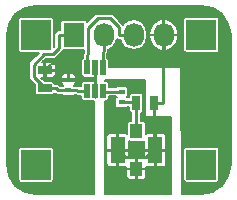
<source format=gtl>
%FSLAX34Y34*%
G04 Gerber Fmt 3.4, Leading zero omitted, Abs format*
G04 (created by PCBNEW (2014-03-19 BZR 4756)-product) date Tue 27 May 2014 12:44:42 BST*
%MOIN*%
G01*
G70*
G90*
G04 APERTURE LIST*
%ADD10C,0.005906*%
%ADD11R,0.045000X0.025000*%
%ADD12R,0.023600X0.015700*%
%ADD13R,0.068000X0.080000*%
%ADD14O,0.068000X0.080000*%
%ADD15R,0.025000X0.045000*%
%ADD16R,0.019685X0.047244*%
%ADD17R,0.047244X0.086614*%
%ADD18R,0.039370X0.047244*%
%ADD19R,0.098425X0.098425*%
%ADD20C,0.035000*%
%ADD21C,0.010000*%
%ADD22C,0.007087*%
%ADD23C,0.009843*%
G04 APERTURE END LIST*
G54D10*
G54D11*
X54625Y-41933D03*
X54625Y-41333D03*
G54D12*
X55413Y-42007D03*
X55413Y-41653D03*
X57185Y-42047D03*
X57185Y-42401D03*
G54D13*
X55586Y-40157D03*
G54D14*
X56586Y-40157D03*
X57586Y-40157D03*
X58586Y-40157D03*
G54D15*
X57672Y-42421D03*
X58272Y-42421D03*
G54D10*
G36*
X56200Y-41003D02*
X56397Y-41003D01*
X56397Y-41476D01*
X56200Y-41476D01*
X56200Y-41003D01*
X56200Y-41003D01*
G37*
G36*
X56200Y-41791D02*
X56397Y-41791D01*
X56397Y-42263D01*
X56200Y-42263D01*
X56200Y-41791D01*
X56200Y-41791D01*
G37*
G36*
X56456Y-41003D02*
X56653Y-41003D01*
X56653Y-41476D01*
X56456Y-41476D01*
X56456Y-41003D01*
X56456Y-41003D01*
G37*
G54D16*
X56555Y-42027D03*
X56043Y-41240D03*
X56043Y-42027D03*
G54D17*
X57047Y-43996D03*
G54D18*
X57677Y-44625D03*
X57677Y-43366D03*
G54D17*
X58307Y-43996D03*
G54D19*
X54330Y-44488D03*
X59842Y-44488D03*
X59842Y-40157D03*
X54330Y-40157D03*
G54D20*
X58267Y-45196D03*
X57086Y-45196D03*
X55314Y-41141D03*
X59350Y-41043D03*
X59350Y-42125D03*
X59350Y-43011D03*
X58759Y-41043D03*
X57972Y-41043D03*
X56988Y-41043D03*
X59370Y-45275D03*
X57007Y-42992D03*
X57716Y-41889D03*
X56102Y-42814D03*
X56102Y-43503D03*
X56102Y-44291D03*
X56102Y-45177D03*
G54D21*
X55413Y-42007D02*
X55681Y-42007D01*
X56043Y-42027D02*
X55701Y-42027D01*
X55701Y-42027D02*
X55681Y-42007D01*
X55586Y-40157D02*
X55096Y-40157D01*
X55096Y-40157D02*
X55096Y-40604D01*
X55096Y-40604D02*
X54900Y-40799D01*
X54900Y-40799D02*
X54597Y-40799D01*
X54597Y-40799D02*
X54250Y-41146D01*
X54250Y-41146D02*
X54250Y-41558D01*
X54250Y-41558D02*
X54625Y-41933D01*
X54625Y-41933D02*
X55001Y-41933D01*
X55413Y-42007D02*
X55074Y-42007D01*
X55074Y-42007D02*
X55001Y-41933D01*
X57677Y-44239D02*
X57290Y-44239D01*
X57290Y-44239D02*
X57047Y-43996D01*
X58272Y-43963D02*
X57996Y-44239D01*
X57996Y-44239D02*
X57677Y-44239D01*
X58272Y-43963D02*
X58272Y-42421D01*
X58307Y-43996D02*
X58304Y-43996D01*
X58304Y-43996D02*
X58272Y-43963D01*
X57677Y-44625D02*
X57677Y-44239D01*
X56299Y-41240D02*
X56299Y-41641D01*
X55413Y-41653D02*
X55681Y-41653D01*
X56299Y-42027D02*
X56299Y-41641D01*
X56299Y-41641D02*
X55693Y-41641D01*
X55693Y-41641D02*
X55681Y-41653D01*
X56299Y-42220D02*
X56299Y-42027D01*
X55413Y-41653D02*
X54670Y-41653D01*
X54625Y-41333D02*
X54625Y-41608D01*
X54670Y-41653D02*
X54625Y-41608D01*
X58586Y-40157D02*
X58586Y-40707D01*
X58272Y-42421D02*
X58547Y-42421D01*
X58547Y-42421D02*
X58547Y-40746D01*
X58547Y-40746D02*
X58586Y-40707D01*
G54D22*
X58307Y-45157D02*
X58267Y-45196D01*
X57086Y-45196D02*
X57086Y-45295D01*
X58307Y-43996D02*
X58307Y-45157D01*
X54818Y-41141D02*
X54625Y-41333D01*
X55314Y-41141D02*
X54818Y-41141D01*
X59350Y-41043D02*
X59350Y-42125D01*
X59350Y-43011D02*
X59350Y-42913D01*
X57972Y-41043D02*
X56988Y-41043D01*
X59350Y-41043D02*
X58759Y-41043D01*
X57047Y-43031D02*
X57007Y-42992D01*
X57047Y-43996D02*
X57047Y-43031D01*
X56102Y-42814D02*
X56102Y-43503D01*
X56102Y-44291D02*
X56102Y-45177D01*
G54D21*
X56574Y-42047D02*
X56555Y-42027D01*
X57185Y-42047D02*
X56574Y-42047D01*
G54D22*
X57652Y-42401D02*
X57672Y-42421D01*
G54D23*
X57185Y-42401D02*
X57652Y-42401D01*
G54D22*
X57672Y-43361D02*
X57677Y-43366D01*
G54D23*
X57672Y-42421D02*
X57672Y-43361D01*
G54D21*
X56586Y-40157D02*
X56586Y-40707D01*
X56555Y-41240D02*
X56555Y-40739D01*
X56555Y-40739D02*
X56586Y-40707D01*
X57586Y-40157D02*
X57096Y-40157D01*
X56043Y-41240D02*
X56043Y-40835D01*
X56043Y-40835D02*
X56076Y-40802D01*
X56076Y-40802D02*
X56076Y-39913D01*
X56076Y-39913D02*
X56388Y-39601D01*
X56388Y-39601D02*
X56803Y-39601D01*
X56803Y-39601D02*
X57096Y-39894D01*
X57096Y-39894D02*
X57096Y-40157D01*
G54D10*
G36*
X58822Y-45464D02*
X58677Y-45464D01*
X58677Y-44455D01*
X58677Y-44402D01*
X58677Y-44043D01*
X58677Y-43948D01*
X58677Y-43589D01*
X58677Y-43536D01*
X58656Y-43487D01*
X58619Y-43449D01*
X58569Y-43429D01*
X58354Y-43429D01*
X58320Y-43462D01*
X58320Y-43982D01*
X58643Y-43982D01*
X58677Y-43948D01*
X58677Y-44043D01*
X58643Y-44009D01*
X58320Y-44009D01*
X58320Y-44529D01*
X58354Y-44562D01*
X58569Y-44562D01*
X58619Y-44542D01*
X58656Y-44504D01*
X58677Y-44455D01*
X58677Y-45464D01*
X58293Y-45464D01*
X58293Y-44529D01*
X58293Y-44009D01*
X57970Y-44009D01*
X57937Y-44043D01*
X57937Y-44270D01*
X57900Y-44255D01*
X57724Y-44255D01*
X57690Y-44289D01*
X57690Y-44612D01*
X57974Y-44612D01*
X58007Y-44578D01*
X58007Y-44547D01*
X58044Y-44562D01*
X58259Y-44562D01*
X58293Y-44529D01*
X58293Y-45464D01*
X58007Y-45464D01*
X58007Y-44888D01*
X58007Y-44835D01*
X58007Y-44673D01*
X57974Y-44639D01*
X57690Y-44639D01*
X57690Y-44962D01*
X57724Y-44996D01*
X57900Y-44996D01*
X57949Y-44975D01*
X57987Y-44938D01*
X58007Y-44888D01*
X58007Y-45464D01*
X57663Y-45464D01*
X57663Y-44962D01*
X57663Y-44639D01*
X57663Y-44612D01*
X57663Y-44289D01*
X57629Y-44255D01*
X57453Y-44255D01*
X57417Y-44270D01*
X57417Y-44043D01*
X57383Y-44009D01*
X57061Y-44009D01*
X57061Y-44529D01*
X57094Y-44562D01*
X57310Y-44562D01*
X57346Y-44547D01*
X57346Y-44578D01*
X57379Y-44612D01*
X57663Y-44612D01*
X57663Y-44639D01*
X57379Y-44639D01*
X57346Y-44673D01*
X57346Y-44835D01*
X57346Y-44888D01*
X57366Y-44938D01*
X57404Y-44975D01*
X57453Y-44996D01*
X57629Y-44996D01*
X57663Y-44962D01*
X57663Y-45464D01*
X57033Y-45464D01*
X57033Y-44529D01*
X57033Y-44009D01*
X57033Y-43982D01*
X57033Y-43462D01*
X57000Y-43429D01*
X56784Y-43429D01*
X56735Y-43449D01*
X56697Y-43487D01*
X56677Y-43536D01*
X56677Y-43589D01*
X56677Y-43948D01*
X56710Y-43982D01*
X57033Y-43982D01*
X57033Y-44009D01*
X56710Y-44009D01*
X56677Y-44043D01*
X56677Y-44402D01*
X56677Y-44455D01*
X56697Y-44504D01*
X56735Y-44542D01*
X56784Y-44562D01*
X57000Y-44562D01*
X57033Y-44529D01*
X57033Y-45464D01*
X56629Y-45464D01*
X56629Y-42370D01*
X56674Y-42370D01*
X56713Y-42353D01*
X56743Y-42323D01*
X56759Y-42284D01*
X56759Y-42242D01*
X56759Y-42203D01*
X56994Y-42203D01*
X57006Y-42216D01*
X57016Y-42220D01*
X57002Y-42226D01*
X56970Y-42258D01*
X56952Y-42300D01*
X56952Y-42345D01*
X56952Y-42502D01*
X56970Y-42544D01*
X57002Y-42576D01*
X57044Y-42594D01*
X57089Y-42594D01*
X57325Y-42594D01*
X57367Y-42576D01*
X57379Y-42564D01*
X57433Y-42564D01*
X57433Y-42668D01*
X57450Y-42710D01*
X57482Y-42743D01*
X57509Y-42753D01*
X57509Y-43015D01*
X57457Y-43015D01*
X57415Y-43033D01*
X57383Y-43065D01*
X57366Y-43107D01*
X57366Y-43152D01*
X57366Y-43456D01*
X57359Y-43449D01*
X57310Y-43429D01*
X57094Y-43429D01*
X57061Y-43462D01*
X57061Y-43982D01*
X57383Y-43982D01*
X57417Y-43948D01*
X57417Y-43699D01*
X57457Y-43716D01*
X57503Y-43716D01*
X57896Y-43716D01*
X57937Y-43699D01*
X57937Y-43948D01*
X57970Y-43982D01*
X58293Y-43982D01*
X58293Y-43462D01*
X58259Y-43429D01*
X58044Y-43429D01*
X57995Y-43449D01*
X57988Y-43456D01*
X57988Y-43107D01*
X57970Y-43065D01*
X57938Y-43033D01*
X57896Y-43015D01*
X57851Y-43015D01*
X57835Y-43015D01*
X57835Y-42753D01*
X57862Y-42743D01*
X57894Y-42710D01*
X57911Y-42668D01*
X57911Y-42623D01*
X57911Y-42173D01*
X57894Y-42131D01*
X57862Y-42099D01*
X57820Y-42082D01*
X57774Y-42082D01*
X57524Y-42082D01*
X57482Y-42099D01*
X57450Y-42131D01*
X57433Y-42173D01*
X57433Y-42218D01*
X57433Y-42238D01*
X57379Y-42238D01*
X57367Y-42226D01*
X57353Y-42220D01*
X57363Y-42216D01*
X57393Y-42186D01*
X57409Y-42147D01*
X57409Y-42104D01*
X57409Y-41947D01*
X57393Y-41908D01*
X57363Y-41878D01*
X57324Y-41862D01*
X57281Y-41862D01*
X57045Y-41862D01*
X57006Y-41878D01*
X56994Y-41891D01*
X56759Y-41891D01*
X56759Y-41770D01*
X56743Y-41731D01*
X56713Y-41701D01*
X56674Y-41685D01*
X56632Y-41685D01*
X56629Y-41685D01*
X56629Y-41669D01*
X57960Y-41669D01*
X57960Y-42905D01*
X58822Y-42905D01*
X58822Y-45464D01*
X58822Y-45464D01*
G37*
G54D22*
X58822Y-45464D02*
X58677Y-45464D01*
X58677Y-44455D01*
X58677Y-44402D01*
X58677Y-44043D01*
X58677Y-43948D01*
X58677Y-43589D01*
X58677Y-43536D01*
X58656Y-43487D01*
X58619Y-43449D01*
X58569Y-43429D01*
X58354Y-43429D01*
X58320Y-43462D01*
X58320Y-43982D01*
X58643Y-43982D01*
X58677Y-43948D01*
X58677Y-44043D01*
X58643Y-44009D01*
X58320Y-44009D01*
X58320Y-44529D01*
X58354Y-44562D01*
X58569Y-44562D01*
X58619Y-44542D01*
X58656Y-44504D01*
X58677Y-44455D01*
X58677Y-45464D01*
X58293Y-45464D01*
X58293Y-44529D01*
X58293Y-44009D01*
X57970Y-44009D01*
X57937Y-44043D01*
X57937Y-44270D01*
X57900Y-44255D01*
X57724Y-44255D01*
X57690Y-44289D01*
X57690Y-44612D01*
X57974Y-44612D01*
X58007Y-44578D01*
X58007Y-44547D01*
X58044Y-44562D01*
X58259Y-44562D01*
X58293Y-44529D01*
X58293Y-45464D01*
X58007Y-45464D01*
X58007Y-44888D01*
X58007Y-44835D01*
X58007Y-44673D01*
X57974Y-44639D01*
X57690Y-44639D01*
X57690Y-44962D01*
X57724Y-44996D01*
X57900Y-44996D01*
X57949Y-44975D01*
X57987Y-44938D01*
X58007Y-44888D01*
X58007Y-45464D01*
X57663Y-45464D01*
X57663Y-44962D01*
X57663Y-44639D01*
X57663Y-44612D01*
X57663Y-44289D01*
X57629Y-44255D01*
X57453Y-44255D01*
X57417Y-44270D01*
X57417Y-44043D01*
X57383Y-44009D01*
X57061Y-44009D01*
X57061Y-44529D01*
X57094Y-44562D01*
X57310Y-44562D01*
X57346Y-44547D01*
X57346Y-44578D01*
X57379Y-44612D01*
X57663Y-44612D01*
X57663Y-44639D01*
X57379Y-44639D01*
X57346Y-44673D01*
X57346Y-44835D01*
X57346Y-44888D01*
X57366Y-44938D01*
X57404Y-44975D01*
X57453Y-44996D01*
X57629Y-44996D01*
X57663Y-44962D01*
X57663Y-45464D01*
X57033Y-45464D01*
X57033Y-44529D01*
X57033Y-44009D01*
X57033Y-43982D01*
X57033Y-43462D01*
X57000Y-43429D01*
X56784Y-43429D01*
X56735Y-43449D01*
X56697Y-43487D01*
X56677Y-43536D01*
X56677Y-43589D01*
X56677Y-43948D01*
X56710Y-43982D01*
X57033Y-43982D01*
X57033Y-44009D01*
X56710Y-44009D01*
X56677Y-44043D01*
X56677Y-44402D01*
X56677Y-44455D01*
X56697Y-44504D01*
X56735Y-44542D01*
X56784Y-44562D01*
X57000Y-44562D01*
X57033Y-44529D01*
X57033Y-45464D01*
X56629Y-45464D01*
X56629Y-42370D01*
X56674Y-42370D01*
X56713Y-42353D01*
X56743Y-42323D01*
X56759Y-42284D01*
X56759Y-42242D01*
X56759Y-42203D01*
X56994Y-42203D01*
X57006Y-42216D01*
X57016Y-42220D01*
X57002Y-42226D01*
X56970Y-42258D01*
X56952Y-42300D01*
X56952Y-42345D01*
X56952Y-42502D01*
X56970Y-42544D01*
X57002Y-42576D01*
X57044Y-42594D01*
X57089Y-42594D01*
X57325Y-42594D01*
X57367Y-42576D01*
X57379Y-42564D01*
X57433Y-42564D01*
X57433Y-42668D01*
X57450Y-42710D01*
X57482Y-42743D01*
X57509Y-42753D01*
X57509Y-43015D01*
X57457Y-43015D01*
X57415Y-43033D01*
X57383Y-43065D01*
X57366Y-43107D01*
X57366Y-43152D01*
X57366Y-43456D01*
X57359Y-43449D01*
X57310Y-43429D01*
X57094Y-43429D01*
X57061Y-43462D01*
X57061Y-43982D01*
X57383Y-43982D01*
X57417Y-43948D01*
X57417Y-43699D01*
X57457Y-43716D01*
X57503Y-43716D01*
X57896Y-43716D01*
X57937Y-43699D01*
X57937Y-43948D01*
X57970Y-43982D01*
X58293Y-43982D01*
X58293Y-43462D01*
X58259Y-43429D01*
X58044Y-43429D01*
X57995Y-43449D01*
X57988Y-43456D01*
X57988Y-43107D01*
X57970Y-43065D01*
X57938Y-43033D01*
X57896Y-43015D01*
X57851Y-43015D01*
X57835Y-43015D01*
X57835Y-42753D01*
X57862Y-42743D01*
X57894Y-42710D01*
X57911Y-42668D01*
X57911Y-42623D01*
X57911Y-42173D01*
X57894Y-42131D01*
X57862Y-42099D01*
X57820Y-42082D01*
X57774Y-42082D01*
X57524Y-42082D01*
X57482Y-42099D01*
X57450Y-42131D01*
X57433Y-42173D01*
X57433Y-42218D01*
X57433Y-42238D01*
X57379Y-42238D01*
X57367Y-42226D01*
X57353Y-42220D01*
X57363Y-42216D01*
X57393Y-42186D01*
X57409Y-42147D01*
X57409Y-42104D01*
X57409Y-41947D01*
X57393Y-41908D01*
X57363Y-41878D01*
X57324Y-41862D01*
X57281Y-41862D01*
X57045Y-41862D01*
X57006Y-41878D01*
X56994Y-41891D01*
X56759Y-41891D01*
X56759Y-41770D01*
X56743Y-41731D01*
X56713Y-41701D01*
X56674Y-41685D01*
X56632Y-41685D01*
X56629Y-41685D01*
X56629Y-41669D01*
X57960Y-41669D01*
X57960Y-42905D01*
X58822Y-42905D01*
X58822Y-45464D01*
G54D10*
G36*
X56263Y-41685D02*
X56179Y-41685D01*
X56171Y-41688D01*
X56162Y-41685D01*
X56120Y-41685D01*
X55923Y-41685D01*
X55884Y-41701D01*
X55854Y-41731D01*
X55838Y-41770D01*
X55838Y-41812D01*
X55838Y-41871D01*
X55753Y-41871D01*
X55741Y-41863D01*
X55681Y-41851D01*
X55603Y-41851D01*
X55600Y-41848D01*
X55607Y-41845D01*
X55644Y-41808D01*
X55665Y-41758D01*
X55665Y-41700D01*
X55665Y-41606D01*
X55665Y-41548D01*
X55644Y-41499D01*
X55607Y-41461D01*
X55558Y-41441D01*
X55504Y-41441D01*
X55460Y-41441D01*
X55427Y-41474D01*
X55427Y-41639D01*
X55631Y-41639D01*
X55665Y-41606D01*
X55665Y-41700D01*
X55631Y-41667D01*
X55427Y-41667D01*
X55427Y-41675D01*
X55399Y-41675D01*
X55399Y-41667D01*
X55399Y-41639D01*
X55399Y-41474D01*
X55366Y-41441D01*
X55322Y-41441D01*
X55268Y-41441D01*
X55219Y-41461D01*
X55181Y-41499D01*
X55161Y-41548D01*
X55161Y-41606D01*
X55194Y-41639D01*
X55399Y-41639D01*
X55399Y-41667D01*
X55194Y-41667D01*
X55161Y-41700D01*
X55161Y-41758D01*
X55181Y-41808D01*
X55219Y-41845D01*
X55225Y-41848D01*
X55222Y-41851D01*
X55139Y-41851D01*
X55111Y-41823D01*
X55060Y-41789D01*
X55001Y-41777D01*
X54984Y-41777D01*
X54984Y-41485D01*
X54984Y-41381D01*
X54984Y-41286D01*
X54984Y-41182D01*
X54964Y-41133D01*
X54926Y-41095D01*
X54877Y-41075D01*
X54824Y-41075D01*
X54673Y-41075D01*
X54639Y-41108D01*
X54639Y-41320D01*
X54951Y-41320D01*
X54984Y-41286D01*
X54984Y-41381D01*
X54951Y-41347D01*
X54639Y-41347D01*
X54639Y-41559D01*
X54673Y-41592D01*
X54824Y-41592D01*
X54877Y-41592D01*
X54926Y-41572D01*
X54964Y-41534D01*
X54984Y-41485D01*
X54984Y-41777D01*
X54953Y-41777D01*
X54941Y-41748D01*
X54911Y-41718D01*
X54872Y-41702D01*
X54829Y-41702D01*
X54615Y-41702D01*
X54505Y-41592D01*
X54578Y-41592D01*
X54612Y-41559D01*
X54612Y-41347D01*
X54604Y-41347D01*
X54604Y-41320D01*
X54612Y-41320D01*
X54612Y-41108D01*
X54578Y-41075D01*
X54543Y-41075D01*
X54662Y-40956D01*
X54900Y-40956D01*
X54900Y-40956D01*
X54960Y-40944D01*
X55011Y-40910D01*
X55207Y-40714D01*
X55207Y-40714D01*
X55240Y-40664D01*
X55240Y-40664D01*
X55240Y-40663D01*
X55267Y-40663D01*
X55920Y-40663D01*
X55920Y-40743D01*
X55898Y-40776D01*
X55887Y-40835D01*
X55887Y-40912D01*
X55884Y-40913D01*
X55854Y-40943D01*
X55838Y-40982D01*
X55838Y-41025D01*
X55838Y-41497D01*
X55854Y-41536D01*
X55884Y-41566D01*
X55923Y-41582D01*
X55966Y-41582D01*
X56162Y-41582D01*
X56171Y-41579D01*
X56179Y-41582D01*
X56221Y-41582D01*
X56263Y-41582D01*
X56263Y-41685D01*
X56263Y-41685D01*
G37*
G54D22*
X56263Y-41685D02*
X56179Y-41685D01*
X56171Y-41688D01*
X56162Y-41685D01*
X56120Y-41685D01*
X55923Y-41685D01*
X55884Y-41701D01*
X55854Y-41731D01*
X55838Y-41770D01*
X55838Y-41812D01*
X55838Y-41871D01*
X55753Y-41871D01*
X55741Y-41863D01*
X55681Y-41851D01*
X55603Y-41851D01*
X55600Y-41848D01*
X55607Y-41845D01*
X55644Y-41808D01*
X55665Y-41758D01*
X55665Y-41700D01*
X55665Y-41606D01*
X55665Y-41548D01*
X55644Y-41499D01*
X55607Y-41461D01*
X55558Y-41441D01*
X55504Y-41441D01*
X55460Y-41441D01*
X55427Y-41474D01*
X55427Y-41639D01*
X55631Y-41639D01*
X55665Y-41606D01*
X55665Y-41700D01*
X55631Y-41667D01*
X55427Y-41667D01*
X55427Y-41675D01*
X55399Y-41675D01*
X55399Y-41667D01*
X55399Y-41639D01*
X55399Y-41474D01*
X55366Y-41441D01*
X55322Y-41441D01*
X55268Y-41441D01*
X55219Y-41461D01*
X55181Y-41499D01*
X55161Y-41548D01*
X55161Y-41606D01*
X55194Y-41639D01*
X55399Y-41639D01*
X55399Y-41667D01*
X55194Y-41667D01*
X55161Y-41700D01*
X55161Y-41758D01*
X55181Y-41808D01*
X55219Y-41845D01*
X55225Y-41848D01*
X55222Y-41851D01*
X55139Y-41851D01*
X55111Y-41823D01*
X55060Y-41789D01*
X55001Y-41777D01*
X54984Y-41777D01*
X54984Y-41485D01*
X54984Y-41381D01*
X54984Y-41286D01*
X54984Y-41182D01*
X54964Y-41133D01*
X54926Y-41095D01*
X54877Y-41075D01*
X54824Y-41075D01*
X54673Y-41075D01*
X54639Y-41108D01*
X54639Y-41320D01*
X54951Y-41320D01*
X54984Y-41286D01*
X54984Y-41381D01*
X54951Y-41347D01*
X54639Y-41347D01*
X54639Y-41559D01*
X54673Y-41592D01*
X54824Y-41592D01*
X54877Y-41592D01*
X54926Y-41572D01*
X54964Y-41534D01*
X54984Y-41485D01*
X54984Y-41777D01*
X54953Y-41777D01*
X54941Y-41748D01*
X54911Y-41718D01*
X54872Y-41702D01*
X54829Y-41702D01*
X54615Y-41702D01*
X54505Y-41592D01*
X54578Y-41592D01*
X54612Y-41559D01*
X54612Y-41347D01*
X54604Y-41347D01*
X54604Y-41320D01*
X54612Y-41320D01*
X54612Y-41108D01*
X54578Y-41075D01*
X54543Y-41075D01*
X54662Y-40956D01*
X54900Y-40956D01*
X54900Y-40956D01*
X54960Y-40944D01*
X55011Y-40910D01*
X55207Y-40714D01*
X55207Y-40714D01*
X55240Y-40664D01*
X55240Y-40664D01*
X55240Y-40663D01*
X55267Y-40663D01*
X55920Y-40663D01*
X55920Y-40743D01*
X55898Y-40776D01*
X55887Y-40835D01*
X55887Y-40912D01*
X55884Y-40913D01*
X55854Y-40943D01*
X55838Y-40982D01*
X55838Y-41025D01*
X55838Y-41497D01*
X55854Y-41536D01*
X55884Y-41566D01*
X55923Y-41582D01*
X55966Y-41582D01*
X56162Y-41582D01*
X56171Y-41579D01*
X56179Y-41582D01*
X56221Y-41582D01*
X56263Y-41582D01*
X56263Y-41685D01*
G54D10*
G36*
X60818Y-44475D02*
X60742Y-44860D01*
X60531Y-45176D01*
X60440Y-45237D01*
X60440Y-45001D01*
X60440Y-44959D01*
X60440Y-43974D01*
X60440Y-40670D01*
X60440Y-40628D01*
X60440Y-39644D01*
X60424Y-39605D01*
X60394Y-39575D01*
X60355Y-39559D01*
X60313Y-39559D01*
X59329Y-39559D01*
X59290Y-39575D01*
X59260Y-39605D01*
X59244Y-39644D01*
X59244Y-39686D01*
X59244Y-40670D01*
X59260Y-40709D01*
X59290Y-40739D01*
X59329Y-40755D01*
X59371Y-40755D01*
X60355Y-40755D01*
X60394Y-40739D01*
X60424Y-40709D01*
X60440Y-40670D01*
X60440Y-43974D01*
X60424Y-43935D01*
X60394Y-43905D01*
X60355Y-43889D01*
X60313Y-43889D01*
X59329Y-43889D01*
X59290Y-43905D01*
X59260Y-43935D01*
X59244Y-43974D01*
X59244Y-44017D01*
X59244Y-45001D01*
X59260Y-45040D01*
X59290Y-45070D01*
X59329Y-45086D01*
X59371Y-45086D01*
X60355Y-45086D01*
X60394Y-45070D01*
X60424Y-45040D01*
X60440Y-45001D01*
X60440Y-45237D01*
X60215Y-45387D01*
X59830Y-45464D01*
X59188Y-45464D01*
X59169Y-41224D01*
X59060Y-41224D01*
X59060Y-40231D01*
X59060Y-40171D01*
X59060Y-40143D01*
X59060Y-40083D01*
X59019Y-39903D01*
X58911Y-39752D01*
X58755Y-39654D01*
X58674Y-39631D01*
X58600Y-39657D01*
X58600Y-40143D01*
X59060Y-40143D01*
X59060Y-40171D01*
X58600Y-40171D01*
X58600Y-40657D01*
X58674Y-40683D01*
X58755Y-40660D01*
X58911Y-40562D01*
X59019Y-40411D01*
X59060Y-40231D01*
X59060Y-41224D01*
X58572Y-41224D01*
X58572Y-40657D01*
X58572Y-40171D01*
X58572Y-40143D01*
X58572Y-39657D01*
X58498Y-39631D01*
X58418Y-39654D01*
X58261Y-39752D01*
X58154Y-39903D01*
X58112Y-40083D01*
X58112Y-40143D01*
X58572Y-40143D01*
X58572Y-40171D01*
X58112Y-40171D01*
X58112Y-40231D01*
X58154Y-40411D01*
X58261Y-40562D01*
X58418Y-40660D01*
X58498Y-40683D01*
X58572Y-40657D01*
X58572Y-41224D01*
X56759Y-41224D01*
X56759Y-40982D01*
X56743Y-40943D01*
X56713Y-40913D01*
X56711Y-40912D01*
X56711Y-40796D01*
X56731Y-40767D01*
X56742Y-40707D01*
X56742Y-40707D01*
X56742Y-40642D01*
X56757Y-40639D01*
X56902Y-40542D01*
X56998Y-40398D01*
X57020Y-40290D01*
X57036Y-40301D01*
X57096Y-40313D01*
X57157Y-40313D01*
X57174Y-40398D01*
X57271Y-40542D01*
X57415Y-40639D01*
X57586Y-40673D01*
X57757Y-40639D01*
X57902Y-40542D01*
X57998Y-40398D01*
X58032Y-40227D01*
X58032Y-40087D01*
X57998Y-39916D01*
X57902Y-39771D01*
X57757Y-39675D01*
X57586Y-39641D01*
X57415Y-39675D01*
X57271Y-39771D01*
X57235Y-39825D01*
X57207Y-39783D01*
X56914Y-39490D01*
X56863Y-39457D01*
X56803Y-39445D01*
X56388Y-39445D01*
X56328Y-39457D01*
X56277Y-39490D01*
X56032Y-39735D01*
X56016Y-39697D01*
X55986Y-39667D01*
X55947Y-39651D01*
X55905Y-39651D01*
X55225Y-39651D01*
X55186Y-39667D01*
X55156Y-39697D01*
X55140Y-39736D01*
X55140Y-39778D01*
X55140Y-40001D01*
X55096Y-40001D01*
X55036Y-40013D01*
X54985Y-40046D01*
X54952Y-40097D01*
X54940Y-40157D01*
X54940Y-40539D01*
X54929Y-40550D01*
X54929Y-39644D01*
X54912Y-39605D01*
X54883Y-39575D01*
X54843Y-39559D01*
X54801Y-39559D01*
X53817Y-39559D01*
X53778Y-39575D01*
X53748Y-39605D01*
X53732Y-39644D01*
X53732Y-39686D01*
X53732Y-40670D01*
X53748Y-40709D01*
X53778Y-40739D01*
X53817Y-40755D01*
X53859Y-40755D01*
X54420Y-40755D01*
X54140Y-41035D01*
X54106Y-41086D01*
X54094Y-41146D01*
X54094Y-41558D01*
X54106Y-41618D01*
X54140Y-41669D01*
X54294Y-41823D01*
X54294Y-41830D01*
X54294Y-42080D01*
X54310Y-42119D01*
X54340Y-42148D01*
X54379Y-42165D01*
X54422Y-42165D01*
X54872Y-42165D01*
X54911Y-42148D01*
X54941Y-42119D01*
X54948Y-42101D01*
X54964Y-42118D01*
X54964Y-42118D01*
X54998Y-42140D01*
X55015Y-42152D01*
X55015Y-42152D01*
X55074Y-42164D01*
X55222Y-42164D01*
X55235Y-42176D01*
X55274Y-42192D01*
X55316Y-42192D01*
X55552Y-42192D01*
X55591Y-42176D01*
X55603Y-42164D01*
X55629Y-42164D01*
X55629Y-42164D01*
X55641Y-42171D01*
X55641Y-42171D01*
X55651Y-42173D01*
X55701Y-42183D01*
X55838Y-42183D01*
X55838Y-42284D01*
X55854Y-42323D01*
X55884Y-42353D01*
X55923Y-42370D01*
X55966Y-42370D01*
X56162Y-42370D01*
X56171Y-42366D01*
X56179Y-42370D01*
X56221Y-42370D01*
X56263Y-42370D01*
X56263Y-45464D01*
X54929Y-45464D01*
X54929Y-45001D01*
X54929Y-44959D01*
X54929Y-43974D01*
X54912Y-43935D01*
X54883Y-43905D01*
X54843Y-43889D01*
X54801Y-43889D01*
X53817Y-43889D01*
X53778Y-43905D01*
X53748Y-43935D01*
X53732Y-43974D01*
X53732Y-44017D01*
X53732Y-45001D01*
X53748Y-45040D01*
X53778Y-45070D01*
X53817Y-45086D01*
X53859Y-45086D01*
X54843Y-45086D01*
X54883Y-45070D01*
X54912Y-45040D01*
X54929Y-45001D01*
X54929Y-45464D01*
X54343Y-45464D01*
X53958Y-45387D01*
X53642Y-45176D01*
X53430Y-44860D01*
X53354Y-44475D01*
X53354Y-40169D01*
X53430Y-39784D01*
X53642Y-39468D01*
X53958Y-39257D01*
X54343Y-39181D01*
X59830Y-39181D01*
X60215Y-39257D01*
X60531Y-39468D01*
X60742Y-39784D01*
X60818Y-40169D01*
X60818Y-44475D01*
X60818Y-44475D01*
G37*
G54D22*
X60818Y-44475D02*
X60742Y-44860D01*
X60531Y-45176D01*
X60440Y-45237D01*
X60440Y-45001D01*
X60440Y-44959D01*
X60440Y-43974D01*
X60440Y-40670D01*
X60440Y-40628D01*
X60440Y-39644D01*
X60424Y-39605D01*
X60394Y-39575D01*
X60355Y-39559D01*
X60313Y-39559D01*
X59329Y-39559D01*
X59290Y-39575D01*
X59260Y-39605D01*
X59244Y-39644D01*
X59244Y-39686D01*
X59244Y-40670D01*
X59260Y-40709D01*
X59290Y-40739D01*
X59329Y-40755D01*
X59371Y-40755D01*
X60355Y-40755D01*
X60394Y-40739D01*
X60424Y-40709D01*
X60440Y-40670D01*
X60440Y-43974D01*
X60424Y-43935D01*
X60394Y-43905D01*
X60355Y-43889D01*
X60313Y-43889D01*
X59329Y-43889D01*
X59290Y-43905D01*
X59260Y-43935D01*
X59244Y-43974D01*
X59244Y-44017D01*
X59244Y-45001D01*
X59260Y-45040D01*
X59290Y-45070D01*
X59329Y-45086D01*
X59371Y-45086D01*
X60355Y-45086D01*
X60394Y-45070D01*
X60424Y-45040D01*
X60440Y-45001D01*
X60440Y-45237D01*
X60215Y-45387D01*
X59830Y-45464D01*
X59188Y-45464D01*
X59169Y-41224D01*
X59060Y-41224D01*
X59060Y-40231D01*
X59060Y-40171D01*
X59060Y-40143D01*
X59060Y-40083D01*
X59019Y-39903D01*
X58911Y-39752D01*
X58755Y-39654D01*
X58674Y-39631D01*
X58600Y-39657D01*
X58600Y-40143D01*
X59060Y-40143D01*
X59060Y-40171D01*
X58600Y-40171D01*
X58600Y-40657D01*
X58674Y-40683D01*
X58755Y-40660D01*
X58911Y-40562D01*
X59019Y-40411D01*
X59060Y-40231D01*
X59060Y-41224D01*
X58572Y-41224D01*
X58572Y-40657D01*
X58572Y-40171D01*
X58572Y-40143D01*
X58572Y-39657D01*
X58498Y-39631D01*
X58418Y-39654D01*
X58261Y-39752D01*
X58154Y-39903D01*
X58112Y-40083D01*
X58112Y-40143D01*
X58572Y-40143D01*
X58572Y-40171D01*
X58112Y-40171D01*
X58112Y-40231D01*
X58154Y-40411D01*
X58261Y-40562D01*
X58418Y-40660D01*
X58498Y-40683D01*
X58572Y-40657D01*
X58572Y-41224D01*
X56759Y-41224D01*
X56759Y-40982D01*
X56743Y-40943D01*
X56713Y-40913D01*
X56711Y-40912D01*
X56711Y-40796D01*
X56731Y-40767D01*
X56742Y-40707D01*
X56742Y-40707D01*
X56742Y-40642D01*
X56757Y-40639D01*
X56902Y-40542D01*
X56998Y-40398D01*
X57020Y-40290D01*
X57036Y-40301D01*
X57096Y-40313D01*
X57157Y-40313D01*
X57174Y-40398D01*
X57271Y-40542D01*
X57415Y-40639D01*
X57586Y-40673D01*
X57757Y-40639D01*
X57902Y-40542D01*
X57998Y-40398D01*
X58032Y-40227D01*
X58032Y-40087D01*
X57998Y-39916D01*
X57902Y-39771D01*
X57757Y-39675D01*
X57586Y-39641D01*
X57415Y-39675D01*
X57271Y-39771D01*
X57235Y-39825D01*
X57207Y-39783D01*
X56914Y-39490D01*
X56863Y-39457D01*
X56803Y-39445D01*
X56388Y-39445D01*
X56328Y-39457D01*
X56277Y-39490D01*
X56032Y-39735D01*
X56016Y-39697D01*
X55986Y-39667D01*
X55947Y-39651D01*
X55905Y-39651D01*
X55225Y-39651D01*
X55186Y-39667D01*
X55156Y-39697D01*
X55140Y-39736D01*
X55140Y-39778D01*
X55140Y-40001D01*
X55096Y-40001D01*
X55036Y-40013D01*
X54985Y-40046D01*
X54952Y-40097D01*
X54940Y-40157D01*
X54940Y-40539D01*
X54929Y-40550D01*
X54929Y-39644D01*
X54912Y-39605D01*
X54883Y-39575D01*
X54843Y-39559D01*
X54801Y-39559D01*
X53817Y-39559D01*
X53778Y-39575D01*
X53748Y-39605D01*
X53732Y-39644D01*
X53732Y-39686D01*
X53732Y-40670D01*
X53748Y-40709D01*
X53778Y-40739D01*
X53817Y-40755D01*
X53859Y-40755D01*
X54420Y-40755D01*
X54140Y-41035D01*
X54106Y-41086D01*
X54094Y-41146D01*
X54094Y-41558D01*
X54106Y-41618D01*
X54140Y-41669D01*
X54294Y-41823D01*
X54294Y-41830D01*
X54294Y-42080D01*
X54310Y-42119D01*
X54340Y-42148D01*
X54379Y-42165D01*
X54422Y-42165D01*
X54872Y-42165D01*
X54911Y-42148D01*
X54941Y-42119D01*
X54948Y-42101D01*
X54964Y-42118D01*
X54964Y-42118D01*
X54998Y-42140D01*
X55015Y-42152D01*
X55015Y-42152D01*
X55074Y-42164D01*
X55222Y-42164D01*
X55235Y-42176D01*
X55274Y-42192D01*
X55316Y-42192D01*
X55552Y-42192D01*
X55591Y-42176D01*
X55603Y-42164D01*
X55629Y-42164D01*
X55629Y-42164D01*
X55641Y-42171D01*
X55641Y-42171D01*
X55651Y-42173D01*
X55701Y-42183D01*
X55838Y-42183D01*
X55838Y-42284D01*
X55854Y-42323D01*
X55884Y-42353D01*
X55923Y-42370D01*
X55966Y-42370D01*
X56162Y-42370D01*
X56171Y-42366D01*
X56179Y-42370D01*
X56221Y-42370D01*
X56263Y-42370D01*
X56263Y-45464D01*
X54929Y-45464D01*
X54929Y-45001D01*
X54929Y-44959D01*
X54929Y-43974D01*
X54912Y-43935D01*
X54883Y-43905D01*
X54843Y-43889D01*
X54801Y-43889D01*
X53817Y-43889D01*
X53778Y-43905D01*
X53748Y-43935D01*
X53732Y-43974D01*
X53732Y-44017D01*
X53732Y-45001D01*
X53748Y-45040D01*
X53778Y-45070D01*
X53817Y-45086D01*
X53859Y-45086D01*
X54843Y-45086D01*
X54883Y-45070D01*
X54912Y-45040D01*
X54929Y-45001D01*
X54929Y-45464D01*
X54343Y-45464D01*
X53958Y-45387D01*
X53642Y-45176D01*
X53430Y-44860D01*
X53354Y-44475D01*
X53354Y-40169D01*
X53430Y-39784D01*
X53642Y-39468D01*
X53958Y-39257D01*
X54343Y-39181D01*
X59830Y-39181D01*
X60215Y-39257D01*
X60531Y-39468D01*
X60742Y-39784D01*
X60818Y-40169D01*
X60818Y-44475D01*
M02*

</source>
